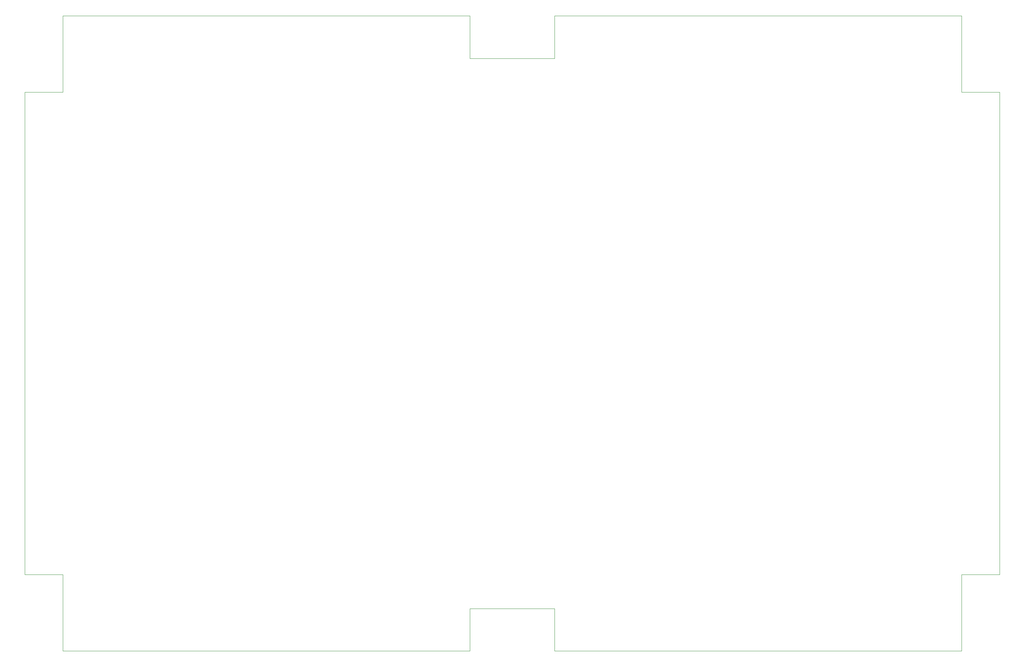
<source format=gbr>
%TF.GenerationSoftware,KiCad,Pcbnew,(6.0.0-0)*%
%TF.CreationDate,2022-12-23T14:22:00+01:00*%
%TF.ProjectId,garden-box,67617264-656e-42d6-926f-782e6b696361,rev?*%
%TF.SameCoordinates,Original*%
%TF.FileFunction,Profile,NP*%
%FSLAX46Y46*%
G04 Gerber Fmt 4.6, Leading zero omitted, Abs format (unit mm)*
G04 Created by KiCad (PCBNEW (6.0.0-0)) date 2022-12-23 14:22:00*
%MOMM*%
%LPD*%
G01*
G04 APERTURE LIST*
%TA.AperFunction,Profile*%
%ADD10C,0.100000*%
%TD*%
G04 APERTURE END LIST*
D10*
X155200000Y-15240000D02*
X251200000Y-15240000D01*
X30200000Y-147240000D02*
X39200000Y-147240000D01*
X135200000Y-25240000D02*
X155200000Y-25240000D01*
X251200000Y-165240000D02*
X251200000Y-147240000D01*
X135200000Y-155240000D02*
X155200000Y-155240000D01*
X251200000Y-147240000D02*
X260200000Y-147240000D01*
X260200000Y-33240000D02*
X260200000Y-147240000D01*
X155200000Y-15240000D02*
X155200000Y-25240000D01*
X251200000Y-33240000D02*
X251200000Y-15240000D01*
X155200000Y-155240000D02*
X155200000Y-165240000D01*
X39200000Y-165240000D02*
X39200000Y-147240000D01*
X251200000Y-33240000D02*
X260200000Y-33240000D01*
X135200000Y-165240000D02*
X39200000Y-165240000D01*
X39200000Y-15240000D02*
X135200000Y-15240000D01*
X251200000Y-165240000D02*
X155200000Y-165240000D01*
X135200000Y-15240000D02*
X135200000Y-25240000D01*
X30200000Y-147240000D02*
X30200000Y-33240000D01*
X135200000Y-155240000D02*
X135200000Y-165240000D01*
X39200000Y-15240000D02*
X39200000Y-33240000D01*
X30200000Y-33240000D02*
X39200000Y-33240000D01*
M02*

</source>
